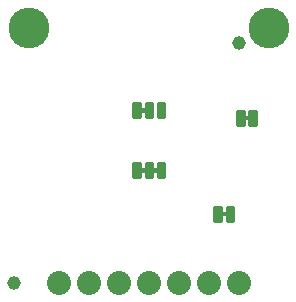
<source format=gbs>
G04 EAGLE Gerber RS-274X export*
G75*
%MOMM*%
%FSLAX34Y34*%
%LPD*%
%INSoldermask Bottom*%
%IPPOS*%
%AMOC8*
5,1,8,0,0,1.08239X$1,22.5*%
G01*
%ADD10C,1.152400*%
%ADD11C,3.454400*%
%ADD12C,2.032000*%
%ADD13C,0.251966*%

G36*
X134050Y106057D02*
X134050Y106057D01*
X134116Y106059D01*
X134159Y106077D01*
X134206Y106085D01*
X134263Y106119D01*
X134323Y106144D01*
X134358Y106175D01*
X134399Y106200D01*
X134441Y106251D01*
X134489Y106295D01*
X134511Y106337D01*
X134540Y106374D01*
X134561Y106436D01*
X134592Y106495D01*
X134600Y106549D01*
X134612Y106586D01*
X134611Y106626D01*
X134619Y106680D01*
X134619Y109220D01*
X134608Y109285D01*
X134606Y109351D01*
X134588Y109394D01*
X134580Y109441D01*
X134546Y109498D01*
X134521Y109558D01*
X134490Y109593D01*
X134465Y109634D01*
X134414Y109676D01*
X134370Y109724D01*
X134328Y109746D01*
X134291Y109775D01*
X134229Y109796D01*
X134170Y109827D01*
X134116Y109835D01*
X134079Y109847D01*
X134039Y109846D01*
X133985Y109854D01*
X130175Y109854D01*
X130110Y109843D01*
X130044Y109841D01*
X130001Y109823D01*
X129954Y109815D01*
X129897Y109781D01*
X129837Y109756D01*
X129802Y109725D01*
X129761Y109700D01*
X129720Y109649D01*
X129671Y109605D01*
X129649Y109563D01*
X129620Y109526D01*
X129599Y109464D01*
X129568Y109405D01*
X129560Y109351D01*
X129548Y109314D01*
X129548Y109311D01*
X129549Y109274D01*
X129541Y109220D01*
X129541Y106680D01*
X129552Y106615D01*
X129554Y106549D01*
X129572Y106506D01*
X129580Y106459D01*
X129614Y106402D01*
X129639Y106342D01*
X129670Y106307D01*
X129695Y106266D01*
X129746Y106225D01*
X129790Y106176D01*
X129832Y106154D01*
X129869Y106125D01*
X129931Y106104D01*
X129990Y106073D01*
X130044Y106065D01*
X130081Y106053D01*
X130121Y106054D01*
X130175Y106046D01*
X133985Y106046D01*
X134050Y106057D01*
G37*
G36*
X123890Y106057D02*
X123890Y106057D01*
X123956Y106059D01*
X123999Y106077D01*
X124046Y106085D01*
X124103Y106119D01*
X124163Y106144D01*
X124198Y106175D01*
X124239Y106200D01*
X124281Y106251D01*
X124329Y106295D01*
X124351Y106337D01*
X124380Y106374D01*
X124401Y106436D01*
X124432Y106495D01*
X124440Y106549D01*
X124452Y106586D01*
X124451Y106626D01*
X124459Y106680D01*
X124459Y109220D01*
X124448Y109285D01*
X124446Y109351D01*
X124428Y109394D01*
X124420Y109441D01*
X124386Y109498D01*
X124361Y109558D01*
X124330Y109593D01*
X124305Y109634D01*
X124254Y109676D01*
X124210Y109724D01*
X124168Y109746D01*
X124131Y109775D01*
X124069Y109796D01*
X124010Y109827D01*
X123956Y109835D01*
X123919Y109847D01*
X123879Y109846D01*
X123825Y109854D01*
X120015Y109854D01*
X119950Y109843D01*
X119884Y109841D01*
X119841Y109823D01*
X119794Y109815D01*
X119737Y109781D01*
X119677Y109756D01*
X119642Y109725D01*
X119601Y109700D01*
X119560Y109649D01*
X119511Y109605D01*
X119489Y109563D01*
X119460Y109526D01*
X119439Y109464D01*
X119408Y109405D01*
X119400Y109351D01*
X119388Y109314D01*
X119388Y109311D01*
X119389Y109274D01*
X119381Y109220D01*
X119381Y106680D01*
X119392Y106615D01*
X119394Y106549D01*
X119412Y106506D01*
X119420Y106459D01*
X119454Y106402D01*
X119479Y106342D01*
X119510Y106307D01*
X119535Y106266D01*
X119586Y106225D01*
X119630Y106176D01*
X119672Y106154D01*
X119709Y106125D01*
X119771Y106104D01*
X119830Y106073D01*
X119884Y106065D01*
X119921Y106053D01*
X119961Y106054D01*
X120015Y106046D01*
X123825Y106046D01*
X123890Y106057D01*
G37*
G36*
X123890Y156857D02*
X123890Y156857D01*
X123956Y156859D01*
X123999Y156877D01*
X124046Y156885D01*
X124103Y156919D01*
X124163Y156944D01*
X124198Y156975D01*
X124239Y157000D01*
X124281Y157051D01*
X124329Y157095D01*
X124351Y157137D01*
X124380Y157174D01*
X124401Y157236D01*
X124432Y157295D01*
X124440Y157349D01*
X124452Y157386D01*
X124451Y157426D01*
X124459Y157480D01*
X124459Y160020D01*
X124448Y160085D01*
X124446Y160151D01*
X124428Y160194D01*
X124420Y160241D01*
X124386Y160298D01*
X124361Y160358D01*
X124330Y160393D01*
X124305Y160434D01*
X124254Y160476D01*
X124210Y160524D01*
X124168Y160546D01*
X124131Y160575D01*
X124069Y160596D01*
X124010Y160627D01*
X123956Y160635D01*
X123919Y160647D01*
X123879Y160646D01*
X123825Y160654D01*
X120015Y160654D01*
X119950Y160643D01*
X119884Y160641D01*
X119841Y160623D01*
X119794Y160615D01*
X119737Y160581D01*
X119677Y160556D01*
X119642Y160525D01*
X119601Y160500D01*
X119560Y160449D01*
X119511Y160405D01*
X119489Y160363D01*
X119460Y160326D01*
X119439Y160264D01*
X119408Y160205D01*
X119400Y160151D01*
X119388Y160114D01*
X119388Y160111D01*
X119389Y160074D01*
X119381Y160020D01*
X119381Y157480D01*
X119392Y157415D01*
X119394Y157349D01*
X119412Y157306D01*
X119420Y157259D01*
X119454Y157202D01*
X119479Y157142D01*
X119510Y157107D01*
X119535Y157066D01*
X119586Y157025D01*
X119630Y156976D01*
X119672Y156954D01*
X119709Y156925D01*
X119771Y156904D01*
X119830Y156873D01*
X119884Y156865D01*
X119921Y156853D01*
X119961Y156854D01*
X120015Y156846D01*
X123825Y156846D01*
X123890Y156857D01*
G37*
G36*
X211520Y150507D02*
X211520Y150507D01*
X211586Y150509D01*
X211629Y150527D01*
X211676Y150535D01*
X211733Y150569D01*
X211793Y150594D01*
X211828Y150625D01*
X211869Y150650D01*
X211911Y150701D01*
X211959Y150745D01*
X211981Y150787D01*
X212010Y150824D01*
X212031Y150886D01*
X212062Y150945D01*
X212070Y150999D01*
X212082Y151036D01*
X212081Y151076D01*
X212089Y151130D01*
X212089Y153670D01*
X212078Y153735D01*
X212076Y153801D01*
X212058Y153844D01*
X212050Y153891D01*
X212016Y153948D01*
X211991Y154008D01*
X211960Y154043D01*
X211935Y154084D01*
X211884Y154126D01*
X211840Y154174D01*
X211798Y154196D01*
X211761Y154225D01*
X211699Y154246D01*
X211640Y154277D01*
X211586Y154285D01*
X211549Y154297D01*
X211509Y154296D01*
X211455Y154304D01*
X207645Y154304D01*
X207580Y154293D01*
X207514Y154291D01*
X207471Y154273D01*
X207424Y154265D01*
X207367Y154231D01*
X207307Y154206D01*
X207272Y154175D01*
X207231Y154150D01*
X207190Y154099D01*
X207141Y154055D01*
X207119Y154013D01*
X207090Y153976D01*
X207069Y153914D01*
X207038Y153855D01*
X207030Y153801D01*
X207018Y153764D01*
X207018Y153761D01*
X207019Y153724D01*
X207011Y153670D01*
X207011Y151130D01*
X207022Y151065D01*
X207024Y150999D01*
X207042Y150956D01*
X207050Y150909D01*
X207084Y150852D01*
X207109Y150792D01*
X207140Y150757D01*
X207165Y150716D01*
X207216Y150675D01*
X207260Y150626D01*
X207302Y150604D01*
X207339Y150575D01*
X207401Y150554D01*
X207460Y150523D01*
X207514Y150515D01*
X207551Y150503D01*
X207591Y150504D01*
X207645Y150496D01*
X211455Y150496D01*
X211520Y150507D01*
G37*
G36*
X192470Y69227D02*
X192470Y69227D01*
X192536Y69229D01*
X192579Y69247D01*
X192626Y69255D01*
X192683Y69289D01*
X192743Y69314D01*
X192778Y69345D01*
X192819Y69370D01*
X192861Y69421D01*
X192909Y69465D01*
X192931Y69507D01*
X192960Y69544D01*
X192981Y69606D01*
X193012Y69665D01*
X193020Y69719D01*
X193032Y69756D01*
X193031Y69796D01*
X193039Y69850D01*
X193039Y72390D01*
X193028Y72455D01*
X193026Y72521D01*
X193008Y72564D01*
X193000Y72611D01*
X192966Y72668D01*
X192941Y72728D01*
X192910Y72763D01*
X192885Y72804D01*
X192834Y72846D01*
X192790Y72894D01*
X192748Y72916D01*
X192711Y72945D01*
X192649Y72966D01*
X192590Y72997D01*
X192536Y73005D01*
X192499Y73017D01*
X192459Y73016D01*
X192405Y73024D01*
X188595Y73024D01*
X188530Y73013D01*
X188464Y73011D01*
X188421Y72993D01*
X188374Y72985D01*
X188317Y72951D01*
X188257Y72926D01*
X188222Y72895D01*
X188181Y72870D01*
X188140Y72819D01*
X188091Y72775D01*
X188069Y72733D01*
X188040Y72696D01*
X188019Y72634D01*
X187988Y72575D01*
X187980Y72521D01*
X187968Y72484D01*
X187968Y72481D01*
X187969Y72444D01*
X187961Y72390D01*
X187961Y69850D01*
X187972Y69785D01*
X187974Y69719D01*
X187992Y69676D01*
X188000Y69629D01*
X188034Y69572D01*
X188059Y69512D01*
X188090Y69477D01*
X188115Y69436D01*
X188166Y69395D01*
X188210Y69346D01*
X188252Y69324D01*
X188289Y69295D01*
X188351Y69274D01*
X188410Y69243D01*
X188464Y69235D01*
X188501Y69223D01*
X188541Y69224D01*
X188595Y69216D01*
X192405Y69216D01*
X192470Y69227D01*
G37*
D10*
X203200Y215900D03*
X12700Y12700D03*
D11*
X25400Y228600D03*
X228600Y228600D03*
D12*
X50800Y12700D03*
X76200Y12700D03*
X101600Y12700D03*
X127000Y12700D03*
X152400Y12700D03*
X177800Y12700D03*
X203200Y12700D03*
D13*
X140218Y164602D02*
X134610Y164602D01*
X140218Y164602D02*
X140218Y152898D01*
X134610Y152898D01*
X134610Y164602D01*
X134610Y155292D02*
X140218Y155292D01*
X140218Y157686D02*
X134610Y157686D01*
X134610Y160080D02*
X140218Y160080D01*
X140218Y162474D02*
X134610Y162474D01*
X129804Y164602D02*
X124196Y164602D01*
X129804Y164602D02*
X129804Y152898D01*
X124196Y152898D01*
X124196Y164602D01*
X124196Y155292D02*
X129804Y155292D01*
X129804Y157686D02*
X124196Y157686D01*
X124196Y160080D02*
X129804Y160080D01*
X129804Y162474D02*
X124196Y162474D01*
X119390Y164602D02*
X113782Y164602D01*
X119390Y164602D02*
X119390Y152898D01*
X113782Y152898D01*
X113782Y164602D01*
X113782Y155292D02*
X119390Y155292D01*
X119390Y157686D02*
X113782Y157686D01*
X113782Y160080D02*
X119390Y160080D01*
X119390Y162474D02*
X113782Y162474D01*
X134610Y113802D02*
X140218Y113802D01*
X140218Y102098D01*
X134610Y102098D01*
X134610Y113802D01*
X134610Y104492D02*
X140218Y104492D01*
X140218Y106886D02*
X134610Y106886D01*
X134610Y109280D02*
X140218Y109280D01*
X140218Y111674D02*
X134610Y111674D01*
X129804Y113802D02*
X124196Y113802D01*
X129804Y113802D02*
X129804Y102098D01*
X124196Y102098D01*
X124196Y113802D01*
X124196Y104492D02*
X129804Y104492D01*
X129804Y106886D02*
X124196Y106886D01*
X124196Y109280D02*
X129804Y109280D01*
X129804Y111674D02*
X124196Y111674D01*
X119390Y113802D02*
X113782Y113802D01*
X119390Y113802D02*
X119390Y102098D01*
X113782Y102098D01*
X113782Y113802D01*
X113782Y104492D02*
X119390Y104492D01*
X119390Y106886D02*
X113782Y106886D01*
X113782Y109280D02*
X119390Y109280D01*
X119390Y111674D02*
X113782Y111674D01*
X201539Y146548D02*
X207147Y146548D01*
X201539Y146548D02*
X201539Y158252D01*
X207147Y158252D01*
X207147Y146548D01*
X207147Y148942D02*
X201539Y148942D01*
X201539Y151336D02*
X207147Y151336D01*
X207147Y153730D02*
X201539Y153730D01*
X201539Y156124D02*
X207147Y156124D01*
X211953Y146548D02*
X217561Y146548D01*
X211953Y146548D02*
X211953Y158252D01*
X217561Y158252D01*
X217561Y146548D01*
X217561Y148942D02*
X211953Y148942D01*
X211953Y151336D02*
X217561Y151336D01*
X217561Y153730D02*
X211953Y153730D01*
X211953Y156124D02*
X217561Y156124D01*
X188097Y65268D02*
X182489Y65268D01*
X182489Y76972D01*
X188097Y76972D01*
X188097Y65268D01*
X188097Y67662D02*
X182489Y67662D01*
X182489Y70056D02*
X188097Y70056D01*
X188097Y72450D02*
X182489Y72450D01*
X182489Y74844D02*
X188097Y74844D01*
X192903Y65268D02*
X198511Y65268D01*
X192903Y65268D02*
X192903Y76972D01*
X198511Y76972D01*
X198511Y65268D01*
X198511Y67662D02*
X192903Y67662D01*
X192903Y70056D02*
X198511Y70056D01*
X198511Y72450D02*
X192903Y72450D01*
X192903Y74844D02*
X198511Y74844D01*
M02*

</source>
